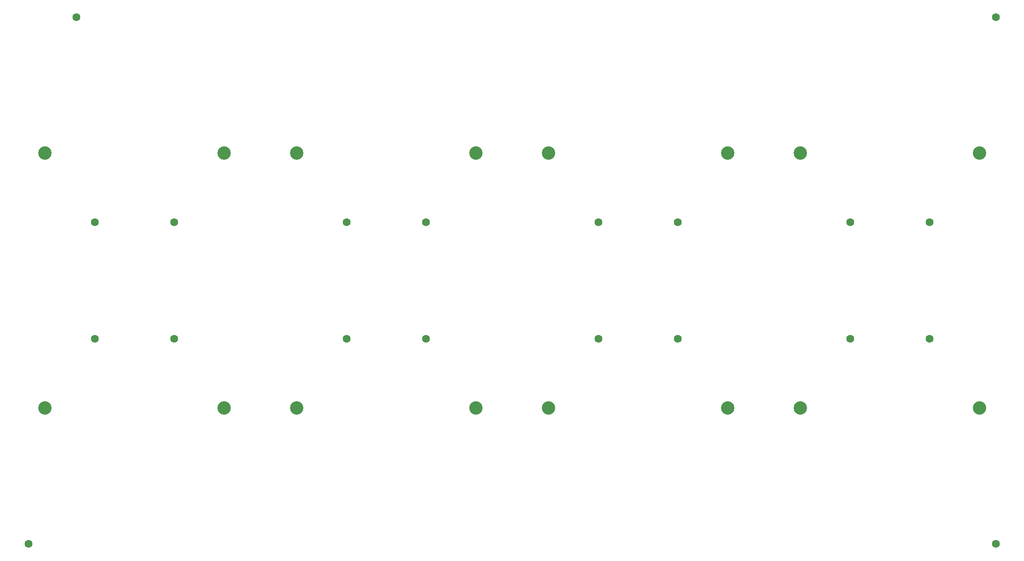
<source format=gbr>
%TF.GenerationSoftware,KiCad,Pcbnew,(6.0.6)*%
%TF.CreationDate,2022-09-06T16:14:22-05:00*%
%TF.ProjectId,etl_assembly_plate_pcb_v3,65746c5f-6173-4736-956d-626c795f706c,rev?*%
%TF.SameCoordinates,Original*%
%TF.FileFunction,Soldermask,Bot*%
%TF.FilePolarity,Negative*%
%FSLAX46Y46*%
G04 Gerber Fmt 4.6, Leading zero omitted, Abs format (unit mm)*
G04 Created by KiCad (PCBNEW (6.0.6)) date 2022-09-06 16:14:22*
%MOMM*%
%LPD*%
G01*
G04 APERTURE LIST*
%ADD10C,2.700000*%
%ADD11C,1.600000*%
G04 APERTURE END LIST*
D10*
%TO.C,REF\u002A\u002A*%
X7350000Y-31400000D03*
%TD*%
D11*
%TO.C,REF\u002A\u002A*%
X17400000Y-45384500D03*
%TD*%
%TO.C,REF\u002A\u002A*%
X33400000Y-45384500D03*
%TD*%
%TO.C,REF\u002A\u002A*%
X17400000Y-68915500D03*
%TD*%
%TO.C,REF\u002A\u002A*%
X33400000Y-68915500D03*
%TD*%
D10*
%TO.C,REF\u002A\u002A*%
X43450000Y-31400000D03*
%TD*%
%TO.C,REF\u002A\u002A*%
X7350000Y-82900000D03*
%TD*%
%TO.C,REF\u002A\u002A*%
X43450000Y-82900000D03*
%TD*%
D11*
%TO.C,REF\u002A\u002A*%
X199200000Y-110300000D03*
%TD*%
D10*
%TO.C,REF\u002A\u002A9*%
X108950000Y-82900000D03*
%TD*%
D11*
%TO.C,REF\u002A\u002A*%
X199200000Y-4000000D03*
%TD*%
D10*
%TO.C,REF\u002A\u002A23*%
X159750000Y-31400000D03*
%TD*%
%TO.C,REF\u002A\u002A17*%
X159750000Y-82900000D03*
%TD*%
%TO.C,REF\u002A\u002A16*%
X145050000Y-31400000D03*
%TD*%
%TO.C,REF\u002A\u002A8*%
X94250000Y-31400000D03*
%TD*%
%TO.C,REF\u002A\u002A10*%
X145050000Y-82900000D03*
%TD*%
%TO.C,REF\u002A\u002A24*%
X195850000Y-31400000D03*
%TD*%
D11*
%TO.C,REF\u002A\u002A*%
X4000000Y-110300000D03*
%TD*%
%TO.C,REF\u002A\u002A19*%
X169800000Y-68915500D03*
%TD*%
%TO.C,REF\u002A\u002A22*%
X185800000Y-45384500D03*
%TD*%
%TO.C,REF\u002A\u002A3*%
X68200000Y-68915500D03*
%TD*%
%TO.C,REF\u002A\u002A14*%
X135000000Y-45384500D03*
%TD*%
%TO.C,REF\u002A\u002A*%
X13700000Y-4000000D03*
%TD*%
%TO.C,REF\u002A\u002A20*%
X185800000Y-68915500D03*
%TD*%
D10*
%TO.C,REF\u002A\u002A2*%
X94250000Y-82900000D03*
%TD*%
%TO.C,REF\u002A\u002A7*%
X58150000Y-31400000D03*
%TD*%
D11*
%TO.C,REF\u002A\u002A11*%
X119000000Y-68915500D03*
%TD*%
%TO.C,REF\u002A\u002A13*%
X119000000Y-45384500D03*
%TD*%
%TO.C,REF\u002A\u002A12*%
X135000000Y-68915500D03*
%TD*%
D10*
%TO.C,REF\u002A\u002A1*%
X58150000Y-82900000D03*
%TD*%
D11*
%TO.C,REF\u002A\u002A21*%
X169800000Y-45384500D03*
%TD*%
D10*
%TO.C,REF\u002A\u002A15*%
X108950000Y-31400000D03*
%TD*%
D11*
%TO.C,REF\u002A\u002A5*%
X68200000Y-45384500D03*
%TD*%
%TO.C,REF\u002A\u002A4*%
X84200000Y-68915500D03*
%TD*%
D10*
%TO.C,REF\u002A\u002A18*%
X195850000Y-82900000D03*
%TD*%
D11*
%TO.C,REF\u002A\u002A6*%
X84200000Y-45384500D03*
%TD*%
M02*

</source>
